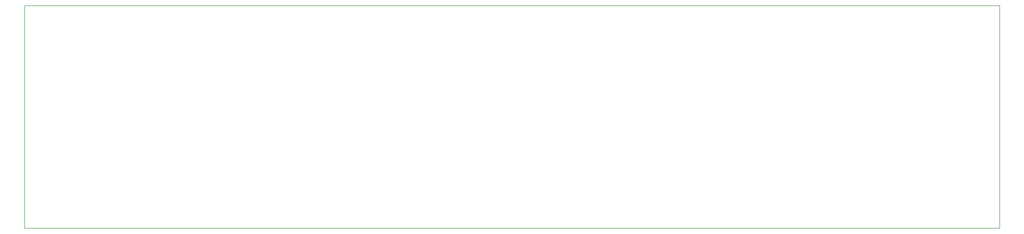
<source format=gm1>
G04 #@! TF.GenerationSoftware,KiCad,Pcbnew,7.0.1*
G04 #@! TF.CreationDate,2023-10-11T19:04:08-05:00*
G04 #@! TF.ProjectId,FLED_Board,464c4544-5f42-46f6-9172-642e6b696361,1*
G04 #@! TF.SameCoordinates,Original*
G04 #@! TF.FileFunction,Profile,NP*
%FSLAX46Y46*%
G04 Gerber Fmt 4.6, Leading zero omitted, Abs format (unit mm)*
G04 Created by KiCad (PCBNEW 7.0.1) date 2023-10-11 19:04:08*
%MOMM*%
%LPD*%
G01*
G04 APERTURE LIST*
G04 #@! TA.AperFunction,Profile*
%ADD10C,0.100000*%
G04 #@! TD*
G04 APERTURE END LIST*
D10*
X299345000Y-20000000D02*
X299345000Y-60894000D01*
X120655000Y-20000000D02*
X120655000Y-20000000D01*
X299345000Y-60894000D02*
X120655000Y-60894000D01*
X120655000Y-20000000D02*
X299345000Y-20000000D01*
X120655000Y-60894000D02*
X120655000Y-20000000D01*
M02*

</source>
